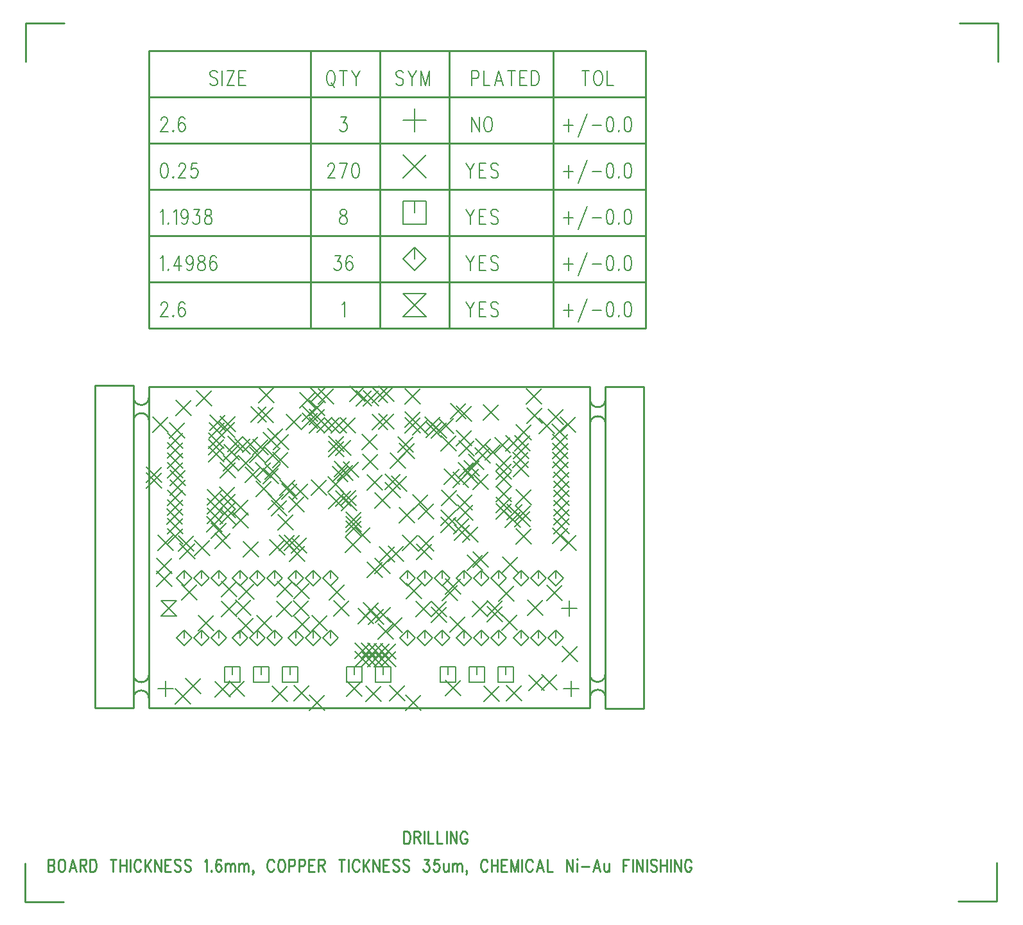
<source format=gbr>
*
*
G04 PADS Layout (Build Number 2007.21.1) generated Gerber (RS-274-X) file*
G04 PC Version=2.1*
*
%IN "2FOC-002.pcb"*%
*
%MOIN*%
*
%FSLAX35Y35*%
*
*
*
*
G04 PC Standard Apertures*
*
*
G04 Thermal Relief Aperture macro.*
%AMTER*
1,1,$1,0,0*
1,0,$1-$2,0,0*
21,0,$3,$4,0,0,45*
21,0,$3,$4,0,0,135*
%
*
*
G04 Annular Aperture macro.*
%AMANN*
1,1,$1,0,0*
1,0,$2,0,0*
%
*
*
G04 Odd Aperture macro.*
%AMODD*
1,1,$1,0,0*
1,0,$1-0.005,0,0*
%
*
*
G04 PC Custom Aperture Macros*
*
*
*
*
*
*
G04 PC Aperture Table*
*
%ADD010C,0.01*%
%ADD015C,0.008*%
%ADD070C,0.001*%
*
*
*
*
G04 PC Circuitry*
G04 Layer Name 2FOC-002.pcb - circuitry*
%LPD*%
*
*
G04 PC Custom Flashes*
G04 Layer Name 2FOC-002.pcb - flashes*
%LPD*%
*
*
G04 PC Circuitry*
G04 Layer Name 2FOC-002.pcb - circuitry*
%LPD*%
*
G54D10*
G01X1944094Y1408688D02*
Y1402126D01*
Y1408688D02*
X1945685D01*
X1946367Y1408376*
X1946822Y1407751*
X1947049Y1407126*
X1947276Y1406188*
Y1404626*
X1947049Y1403688*
X1946822Y1403063*
X1946367Y1402438*
X1945685Y1402126*
X1944094*
X1949322Y1408688D02*
Y1402126D01*
Y1408688D02*
X1951367D01*
X1952049Y1408376*
X1952276Y1408063*
X1952504Y1407438*
Y1406813*
X1952276Y1406188*
X1952049Y1405876*
X1951367Y1405563*
X1949322*
X1950913D02*
X1952504Y1402126D01*
X1954549Y1408688D02*
Y1402126D01*
X1956594Y1408688D02*
Y1402126D01*
X1959322*
X1961367Y1408688D02*
Y1402126D01*
X1964094*
X1966140Y1408688D02*
Y1402126D01*
X1968185Y1408688D02*
Y1402126D01*
Y1408688D02*
X1971367Y1402126D01*
Y1408688D02*
Y1402126D01*
X1976822Y1407126D02*
X1976594Y1407751D01*
X1976140Y1408376*
X1975685Y1408688*
X1974776*
X1974322Y1408376*
X1973867Y1407751*
X1973640Y1407126*
X1973413Y1406188*
Y1404626*
X1973640Y1403688*
X1973867Y1403063*
X1974322Y1402438*
X1974776Y1402126*
X1975685*
X1976140Y1402438*
X1976594Y1403063*
X1976822Y1403688*
Y1404626*
X1975685D02*
X1976822D01*
X1759252Y1394122D02*
Y1387559D01*
Y1394122D02*
X1761297D01*
X1761979Y1393809*
X1762207Y1393497*
X1762434Y1392872*
Y1392247*
X1762207Y1391622*
X1761979Y1391309*
X1761297Y1390997*
X1759252D02*
X1761297D01*
X1761979Y1390684*
X1762207Y1390372*
X1762434Y1389747*
Y1388809*
X1762207Y1388184*
X1761979Y1387872*
X1761297Y1387559*
X1759252*
X1765843Y1394122D02*
X1765388Y1393809D01*
X1764934Y1393184*
X1764707Y1392559*
X1764479Y1391622*
Y1390059*
X1764707Y1389122*
X1764934Y1388497*
X1765388Y1387872*
X1765843Y1387559*
X1766752*
X1767207Y1387872*
X1767661Y1388497*
X1767888Y1389122*
X1768116Y1390059*
Y1391622*
X1767888Y1392559*
X1767661Y1393184*
X1767207Y1393809*
X1766752Y1394122*
X1765843*
X1771979D02*
X1770161Y1387559D01*
X1771979Y1394122D02*
X1773797Y1387559D01*
X1770843Y1389747D02*
X1773116D01*
X1775843Y1394122D02*
Y1387559D01*
Y1394122D02*
X1777888D01*
X1778570Y1393809*
X1778797Y1393497*
X1779025Y1392872*
Y1392247*
X1778797Y1391622*
X1778570Y1391309*
X1777888Y1390997*
X1775843*
X1777434D02*
X1779025Y1387559D01*
X1781070Y1394122D02*
Y1387559D01*
Y1394122D02*
X1782661D01*
X1783343Y1393809*
X1783797Y1393184*
X1784025Y1392559*
X1784252Y1391622*
Y1390059*
X1784025Y1389122*
X1783797Y1388497*
X1783343Y1387872*
X1782661Y1387559*
X1781070*
X1793116Y1394122D02*
Y1387559D01*
X1791525Y1394122D02*
X1794707D01*
X1796752D02*
Y1387559D01*
X1799934Y1394122D02*
Y1387559D01*
X1796752Y1390997D02*
X1799934D01*
X1801979Y1394122D02*
Y1387559D01*
X1807434Y1392559D02*
X1807207Y1393184D01*
X1806752Y1393809*
X1806297Y1394122*
X1805388*
X1804934Y1393809*
X1804479Y1393184*
X1804252Y1392559*
X1804025Y1391622*
Y1390059*
X1804252Y1389122*
X1804479Y1388497*
X1804934Y1387872*
X1805388Y1387559*
X1806297*
X1806752Y1387872*
X1807207Y1388497*
X1807434Y1389122*
X1809479Y1394122D02*
Y1387559D01*
X1812661Y1394122D02*
X1809479Y1389747D01*
X1810616Y1391309D02*
X1812661Y1387559D01*
X1814707Y1394122D02*
Y1387559D01*
Y1394122D02*
X1817888Y1387559D01*
Y1394122D02*
Y1387559D01*
X1819934Y1394122D02*
Y1387559D01*
Y1394122D02*
X1822888D01*
X1819934Y1390997D02*
X1821752D01*
X1819934Y1387559D02*
X1822888D01*
X1828116Y1393184D02*
X1827661Y1393809D01*
X1826979Y1394122*
X1826070*
X1825388Y1393809*
X1824934Y1393184*
Y1392559*
X1825161Y1391934*
X1825388Y1391622*
X1825843Y1391309*
X1827207Y1390684*
X1827661Y1390372*
X1827888Y1390059*
X1828116Y1389434*
Y1388497*
X1827661Y1387872*
X1826979Y1387559*
X1826070*
X1825388Y1387872*
X1824934Y1388497*
X1833343Y1393184D02*
X1832888Y1393809D01*
X1832207Y1394122*
X1831297*
X1830616Y1393809*
X1830161Y1393184*
Y1392559*
X1830388Y1391934*
X1830616Y1391622*
X1831070Y1391309*
X1832434Y1390684*
X1832888Y1390372*
X1833116Y1390059*
X1833343Y1389434*
Y1388497*
X1832888Y1387872*
X1832207Y1387559*
X1831297*
X1830616Y1387872*
X1830161Y1388497*
X1840616Y1392872D02*
X1841070Y1393184D01*
X1841752Y1394122*
Y1387559*
X1844025Y1388184D02*
X1843797Y1387872D01*
X1844025Y1387559*
X1844252Y1387872*
X1844025Y1388184*
X1849025Y1393184D02*
X1848797Y1393809D01*
X1848116Y1394122*
X1847661*
X1846979Y1393809*
X1846525Y1392872*
X1846297Y1391309*
Y1389747*
X1846525Y1388497*
X1846979Y1387872*
X1847661Y1387559*
X1847888*
X1848570Y1387872*
X1849025Y1388497*
X1849252Y1389434*
Y1389747*
X1849025Y1390684*
X1848570Y1391309*
X1847888Y1391622*
X1847661*
X1846979Y1391309*
X1846525Y1390684*
X1846297Y1389747*
X1851297Y1391934D02*
Y1387559D01*
Y1390684D02*
X1851979Y1391622D01*
X1852434Y1391934*
X1853116*
X1853570Y1391622*
X1853797Y1390684*
Y1387559*
Y1390684D02*
X1854479Y1391622D01*
X1854934Y1391934*
X1855616*
X1856070Y1391622*
X1856297Y1390684*
Y1387559*
X1858343Y1391934D02*
Y1387559D01*
Y1390684D02*
X1859025Y1391622D01*
X1859479Y1391934*
X1860161*
X1860616Y1391622*
X1860843Y1390684*
Y1387559*
Y1390684D02*
X1861525Y1391622D01*
X1861979Y1391934*
X1862661*
X1863116Y1391622*
X1863343Y1390684*
Y1387559*
X1865843Y1387872D02*
X1865616Y1387559D01*
X1865388Y1387872*
X1865616Y1388184*
X1865843Y1387872*
Y1387247*
X1865616Y1386622*
X1865388Y1386309*
X1876525Y1392559D02*
X1876297Y1393184D01*
X1875843Y1393809*
X1875388Y1394122*
X1874479*
X1874025Y1393809*
X1873570Y1393184*
X1873343Y1392559*
X1873116Y1391622*
Y1390059*
X1873343Y1389122*
X1873570Y1388497*
X1874025Y1387872*
X1874479Y1387559*
X1875388*
X1875843Y1387872*
X1876297Y1388497*
X1876525Y1389122*
X1879934Y1394122D02*
X1879479Y1393809D01*
X1879025Y1393184*
X1878797Y1392559*
X1878570Y1391622*
Y1390059*
X1878797Y1389122*
X1879025Y1388497*
X1879479Y1387872*
X1879934Y1387559*
X1880843*
X1881297Y1387872*
X1881752Y1388497*
X1881979Y1389122*
X1882207Y1390059*
Y1391622*
X1881979Y1392559*
X1881752Y1393184*
X1881297Y1393809*
X1880843Y1394122*
X1879934*
X1884252D02*
Y1387559D01*
Y1394122D02*
X1886297D01*
X1886979Y1393809*
X1887207Y1393497*
X1887434Y1392872*
Y1391934*
X1887207Y1391309*
X1886979Y1390997*
X1886297Y1390684*
X1884252*
X1889479Y1394122D02*
Y1387559D01*
Y1394122D02*
X1891525D01*
X1892207Y1393809*
X1892434Y1393497*
X1892661Y1392872*
Y1391934*
X1892434Y1391309*
X1892207Y1390997*
X1891525Y1390684*
X1889479*
X1894707Y1394122D02*
Y1387559D01*
Y1394122D02*
X1897661D01*
X1894707Y1390997D02*
X1896525D01*
X1894707Y1387559D02*
X1897661D01*
X1899707Y1394122D02*
Y1387559D01*
Y1394122D02*
X1901752D01*
X1902434Y1393809*
X1902661Y1393497*
X1902888Y1392872*
Y1392247*
X1902661Y1391622*
X1902434Y1391309*
X1901752Y1390997*
X1899707*
X1901297D02*
X1902888Y1387559D01*
X1911752Y1394122D02*
Y1387559D01*
X1910161Y1394122D02*
X1913343D01*
X1915388D02*
Y1387559D01*
X1920843Y1392559D02*
X1920616Y1393184D01*
X1920161Y1393809*
X1919707Y1394122*
X1918797*
X1918343Y1393809*
X1917888Y1393184*
X1917661Y1392559*
X1917434Y1391622*
Y1390059*
X1917661Y1389122*
X1917888Y1388497*
X1918343Y1387872*
X1918797Y1387559*
X1919707*
X1920161Y1387872*
X1920616Y1388497*
X1920843Y1389122*
X1922888Y1394122D02*
Y1387559D01*
X1926070Y1394122D02*
X1922888Y1389747D01*
X1924025Y1391309D02*
X1926070Y1387559D01*
X1928116Y1394122D02*
Y1387559D01*
Y1394122D02*
X1931297Y1387559D01*
Y1394122D02*
Y1387559D01*
X1933343Y1394122D02*
Y1387559D01*
Y1394122D02*
X1936297D01*
X1933343Y1390997D02*
X1935161D01*
X1933343Y1387559D02*
X1936297D01*
X1941525Y1393184D02*
X1941070Y1393809D01*
X1940388Y1394122*
X1939479*
X1938797Y1393809*
X1938343Y1393184*
Y1392559*
X1938570Y1391934*
X1938797Y1391622*
X1939252Y1391309*
X1940616Y1390684*
X1941070Y1390372*
X1941297Y1390059*
X1941525Y1389434*
Y1388497*
X1941070Y1387872*
X1940388Y1387559*
X1939479*
X1938797Y1387872*
X1938343Y1388497*
X1946752Y1393184D02*
X1946297Y1393809D01*
X1945616Y1394122*
X1944707*
X1944025Y1393809*
X1943570Y1393184*
Y1392559*
X1943797Y1391934*
X1944025Y1391622*
X1944479Y1391309*
X1945843Y1390684*
X1946297Y1390372*
X1946525Y1390059*
X1946752Y1389434*
Y1388497*
X1946297Y1387872*
X1945616Y1387559*
X1944707*
X1944025Y1387872*
X1943570Y1388497*
X1954479Y1394122D02*
X1956979D01*
X1955616Y1391622*
X1956297*
X1956752Y1391309*
X1956979Y1390997*
X1957207Y1390059*
Y1389434*
X1956979Y1388497*
X1956525Y1387872*
X1955843Y1387559*
X1955161*
X1954479Y1387872*
X1954252Y1388184*
X1954025Y1388809*
X1962207Y1394122D02*
X1959934D01*
X1959707Y1391309*
X1959934Y1391622*
X1960616Y1391934*
X1961297*
X1961979Y1391622*
X1962434Y1390997*
X1962661Y1390059*
X1962434Y1389434*
X1962207Y1388497*
X1961752Y1387872*
X1961070Y1387559*
X1960388*
X1959707Y1387872*
X1959479Y1388184*
X1959252Y1388809*
X1964707Y1391934D02*
Y1388809D01*
X1964934Y1387872*
X1965388Y1387559*
X1966070*
X1966525Y1387872*
X1967207Y1388809*
Y1391934D02*
Y1387559D01*
X1969252Y1391934D02*
Y1387559D01*
Y1390684D02*
X1969934Y1391622D01*
X1970388Y1391934*
X1971070*
X1971525Y1391622*
X1971752Y1390684*
Y1387559*
Y1390684D02*
X1972434Y1391622D01*
X1972888Y1391934*
X1973570*
X1974025Y1391622*
X1974252Y1390684*
Y1387559*
X1976752Y1387872D02*
X1976525Y1387559D01*
X1976297Y1387872*
X1976525Y1388184*
X1976752Y1387872*
Y1387247*
X1976525Y1386622*
X1976297Y1386309*
X1987434Y1392559D02*
X1987207Y1393184D01*
X1986752Y1393809*
X1986297Y1394122*
X1985388*
X1984934Y1393809*
X1984479Y1393184*
X1984252Y1392559*
X1984025Y1391622*
Y1390059*
X1984252Y1389122*
X1984479Y1388497*
X1984934Y1387872*
X1985388Y1387559*
X1986297*
X1986752Y1387872*
X1987207Y1388497*
X1987434Y1389122*
X1989479Y1394122D02*
Y1387559D01*
X1992661Y1394122D02*
Y1387559D01*
X1989479Y1390997D02*
X1992661D01*
X1994707Y1394122D02*
Y1387559D01*
Y1394122D02*
X1997661D01*
X1994707Y1390997D02*
X1996525D01*
X1994707Y1387559D02*
X1997661D01*
X1999707Y1394122D02*
Y1387559D01*
Y1394122D02*
X2001525Y1387559D01*
X2003343Y1394122D02*
X2001525Y1387559D01*
X2003343Y1394122D02*
Y1387559D01*
X2005388Y1394122D02*
Y1387559D01*
X2010843Y1392559D02*
X2010616Y1393184D01*
X2010161Y1393809*
X2009707Y1394122*
X2008797*
X2008343Y1393809*
X2007888Y1393184*
X2007661Y1392559*
X2007434Y1391622*
Y1390059*
X2007661Y1389122*
X2007888Y1388497*
X2008343Y1387872*
X2008797Y1387559*
X2009707*
X2010161Y1387872*
X2010616Y1388497*
X2010843Y1389122*
X2014707Y1394122D02*
X2012888Y1387559D01*
X2014707Y1394122D02*
X2016525Y1387559D01*
X2013570Y1389747D02*
X2015843D01*
X2018570Y1394122D02*
Y1387559D01*
X2021297*
X2028570Y1394122D02*
Y1387559D01*
Y1394122D02*
X2031752Y1387559D01*
Y1394122D02*
Y1387559D01*
X2033797Y1394122D02*
X2034025Y1393809D01*
X2034252Y1394122*
X2034025Y1394434*
X2033797Y1394122*
X2034025Y1391934D02*
Y1387559D01*
X2036297Y1390372D02*
X2040388D01*
X2044252Y1394122D02*
X2042434Y1387559D01*
X2044252Y1394122D02*
X2046070Y1387559D01*
X2043116Y1389747D02*
X2045388D01*
X2048116Y1391934D02*
Y1388809D01*
X2048343Y1387872*
X2048797Y1387559*
X2049479*
X2049934Y1387872*
X2050616Y1388809*
Y1391934D02*
Y1387559D01*
X2057888Y1394122D02*
Y1387559D01*
Y1394122D02*
X2060843D01*
X2057888Y1390997D02*
X2059707D01*
X2062888Y1394122D02*
Y1387559D01*
X2064934Y1394122D02*
Y1387559D01*
Y1394122D02*
X2068116Y1387559D01*
Y1394122D02*
Y1387559D01*
X2070161Y1394122D02*
Y1387559D01*
X2075388Y1393184D02*
X2074934Y1393809D01*
X2074252Y1394122*
X2073343*
X2072661Y1393809*
X2072207Y1393184*
Y1392559*
X2072434Y1391934*
X2072661Y1391622*
X2073116Y1391309*
X2074479Y1390684*
X2074934Y1390372*
X2075161Y1390059*
X2075388Y1389434*
Y1388497*
X2074934Y1387872*
X2074252Y1387559*
X2073343*
X2072661Y1387872*
X2072207Y1388497*
X2077434Y1394122D02*
Y1387559D01*
X2080616Y1394122D02*
Y1387559D01*
X2077434Y1390997D02*
X2080616D01*
X2082661Y1394122D02*
Y1387559D01*
X2084707Y1394122D02*
Y1387559D01*
Y1394122D02*
X2087888Y1387559D01*
Y1394122D02*
Y1387559D01*
X2093343Y1392559D02*
X2093116Y1393184D01*
X2092661Y1393809*
X2092207Y1394122*
X2091297*
X2090843Y1393809*
X2090388Y1393184*
X2090161Y1392559*
X2089934Y1391622*
Y1390059*
X2090161Y1389122*
X2090388Y1388497*
X2090843Y1387872*
X2091297Y1387559*
X2092207*
X2092661Y1387872*
X2093116Y1388497*
X2093343Y1389122*
Y1390059*
X2092207D02*
X2093343D01*
X1811638Y1472618D02*
X2040748D01*
Y1639331*
X1811638*
Y1472618*
X1767520Y1828110D02*
X1747520D01*
Y1808110*
X1747441Y1391890D02*
Y1371890D01*
X1767441*
X2232087Y1372205D02*
X2252087D01*
Y1392205*
X2252559Y1808031D02*
Y1828031D01*
X2232559*
X1803543Y1640118D02*
Y1472598D01*
X1783465*
Y1639921*
X1803346*
X2040757Y1632696D02*
G75*
G03X2048757I4000J0D01*
G01X2048791Y1619988D02*
G03X2040791I-4000J-0D01*
G01X1803664Y1633822D02*
G03X1811664I4000J0D01*
G01X1811677Y1621551D02*
G03X1803677I-4000J0D01*
G01X1803664Y1489924D02*
G03X1811664I4000J0D01*
G01X1811612Y1477656D02*
G03X1803612I-4000J-0D01*
G01X2040672Y1490121D02*
G03X2048672I4000J0D01*
G01X2068504Y1472205D02*
X2048728D01*
Y1639331*
X2068504*
Y1472205*
X2048805Y1478060D02*
G03X2040805I-4000J-0D01*
G01X1811638Y1813469D02*
X2069638D01*
X1811638Y1789469D02*
X2069638D01*
X1811638Y1765469D02*
X2069638D01*
X1811638Y1741469D02*
X2069638D01*
X1811638Y1717469D02*
X2069638D01*
X1811638Y1693469D02*
X2069638D01*
X1811638Y1669469D02*
X2069638D01*
X1811638Y1813469D02*
Y1669469D01*
X1895638Y1813469D02*
Y1669469D01*
X1931638Y1813469D02*
Y1669469D01*
X1967638Y1813469D02*
Y1669469D01*
X2021638Y1813469D02*
Y1669469D01*
X2069638Y1813469D02*
Y1669469D01*
G54D15*
X1829811Y1504795D02*
X1833811Y1508795D01*
X1829811Y1512795*
X1825811Y1508795*
X1829811Y1504795*
Y1508795D02*
Y1512795D01*
X1838811Y1504795D02*
X1842811Y1508795D01*
X1838811Y1512795*
X1834811Y1508795*
X1838811Y1504795*
Y1508795D02*
Y1512795D01*
X1847811Y1504795D02*
X1851811Y1508795D01*
X1847811Y1512795*
X1843811Y1508795*
X1847811Y1504795*
Y1508795D02*
Y1512795D01*
X1858811Y1504795D02*
X1862811Y1508795D01*
X1858811Y1512795*
X1854811Y1508795*
X1858811Y1504795*
Y1508795D02*
Y1512795D01*
X1867811Y1504795D02*
X1871811Y1508795D01*
X1867811Y1512795*
X1863811Y1508795*
X1867811Y1504795*
Y1508795D02*
Y1512795D01*
X1876811Y1504795D02*
X1880811Y1508795D01*
X1876811Y1512795*
X1872811Y1508795*
X1876811Y1504795*
Y1508795D02*
Y1512795D01*
X1887811Y1504795D02*
X1891811Y1508795D01*
X1887811Y1512795*
X1883811Y1508795*
X1887811Y1504795*
Y1508795D02*
Y1512795D01*
X1896811Y1504795D02*
X1900811Y1508795D01*
X1896811Y1512795*
X1892811Y1508795*
X1896811Y1504795*
Y1508795D02*
Y1512795D01*
X1905811Y1504795D02*
X1909811Y1508795D01*
X1905811Y1512795*
X1901811Y1508795*
X1905811Y1504795*
Y1508795D02*
Y1512795D01*
X1847811Y1535795D02*
X1851811Y1539795D01*
X1847811Y1543795*
X1843811Y1539795*
X1847811Y1535795*
Y1539795D02*
Y1543795D01*
X1838811Y1535795D02*
X1842811Y1539795D01*
X1838811Y1543795*
X1834811Y1539795*
X1838811Y1535795*
Y1539795D02*
Y1543795D01*
X1829811Y1535795D02*
X1833811Y1539795D01*
X1829811Y1543795*
X1825811Y1539795*
X1829811Y1535795*
Y1539795D02*
Y1543795D01*
X1876811Y1535795D02*
X1880811Y1539795D01*
X1876811Y1543795*
X1872811Y1539795*
X1876811Y1535795*
Y1539795D02*
Y1543795D01*
X1867811Y1535795D02*
X1871811Y1539795D01*
X1867811Y1543795*
X1863811Y1539795*
X1867811Y1535795*
Y1539795D02*
Y1543795D01*
X1858811Y1535795D02*
X1862811Y1539795D01*
X1858811Y1543795*
X1854811Y1539795*
X1858811Y1535795*
Y1539795D02*
Y1543795D01*
X1905811Y1535795D02*
X1909811Y1539795D01*
X1905811Y1543795*
X1901811Y1539795*
X1905811Y1535795*
Y1539795D02*
Y1543795D01*
X1896811Y1535795D02*
X1900811Y1539795D01*
X1896811Y1543795*
X1892811Y1539795*
X1896811Y1535795*
Y1539795D02*
Y1543795D01*
X1887811Y1535795D02*
X1891811Y1539795D01*
X1887811Y1543795*
X1883811Y1539795*
X1887811Y1535795*
Y1539795D02*
Y1543795D01*
X1945811Y1504795D02*
X1949811Y1508795D01*
X1945811Y1512795*
X1941811Y1508795*
X1945811Y1504795*
Y1508795D02*
Y1512795D01*
X1954811Y1504795D02*
X1958811Y1508795D01*
X1954811Y1512795*
X1950811Y1508795*
X1954811Y1504795*
Y1508795D02*
Y1512795D01*
X1963811Y1504795D02*
X1967811Y1508795D01*
X1963811Y1512795*
X1959811Y1508795*
X1963811Y1504795*
Y1508795D02*
Y1512795D01*
X1975311Y1504795D02*
X1979311Y1508795D01*
X1975311Y1512795*
X1971311Y1508795*
X1975311Y1504795*
Y1508795D02*
Y1512795D01*
X1984311Y1504795D02*
X1988311Y1508795D01*
X1984311Y1512795*
X1980311Y1508795*
X1984311Y1504795*
Y1508795D02*
Y1512795D01*
X1993311Y1504795D02*
X1997311Y1508795D01*
X1993311Y1512795*
X1989311Y1508795*
X1993311Y1504795*
Y1508795D02*
Y1512795D01*
X2004811Y1504795D02*
X2008811Y1508795D01*
X2004811Y1512795*
X2000811Y1508795*
X2004811Y1504795*
Y1508795D02*
Y1512795D01*
X2013811Y1504795D02*
X2017811Y1508795D01*
X2013811Y1512795*
X2009811Y1508795*
X2013811Y1504795*
Y1508795D02*
Y1512795D01*
X2022811Y1504795D02*
X2026811Y1508795D01*
X2022811Y1512795*
X2018811Y1508795*
X2022811Y1504795*
Y1508795D02*
Y1512795D01*
X1963811Y1535795D02*
X1967811Y1539795D01*
X1963811Y1543795*
X1959811Y1539795*
X1963811Y1535795*
Y1539795D02*
Y1543795D01*
X1954811Y1535795D02*
X1958811Y1539795D01*
X1954811Y1543795*
X1950811Y1539795*
X1954811Y1535795*
Y1539795D02*
Y1543795D01*
X1945811Y1535795D02*
X1949811Y1539795D01*
X1945811Y1543795*
X1941811Y1539795*
X1945811Y1535795*
Y1539795D02*
Y1543795D01*
X1993311Y1535795D02*
X1997311Y1539795D01*
X1993311Y1543795*
X1989311Y1539795*
X1993311Y1535795*
Y1539795D02*
Y1543795D01*
X1984311Y1535795D02*
X1988311Y1539795D01*
X1984311Y1543795*
X1980311Y1539795*
X1984311Y1535795*
Y1539795D02*
Y1543795D01*
X1975311Y1535795D02*
X1979311Y1539795D01*
X1975311Y1543795*
X1971311Y1539795*
X1975311Y1535795*
Y1539795D02*
Y1543795D01*
X2022811Y1535795D02*
X2026811Y1539795D01*
X2022811Y1543795*
X2018811Y1539795*
X2022811Y1535795*
Y1539795D02*
Y1543795D01*
X2013811Y1535795D02*
X2017811Y1539795D01*
X2013811Y1543795*
X2009811Y1539795*
X2013811Y1535795*
Y1539795D02*
Y1543795D01*
X2004811Y1535795D02*
X2008811Y1539795D01*
X2004811Y1543795*
X2000811Y1539795*
X2004811Y1535795*
Y1539795D02*
Y1543795D01*
X1914311Y1485795D02*
X1922311D01*
Y1493795*
X1914311*
Y1485795*
X1918311Y1489795D02*
Y1493795D01*
X1929311Y1485795D02*
X1937311D01*
Y1493795*
X1929311*
Y1485795*
X1933311Y1489795D02*
Y1493795D01*
X1850811Y1485795D02*
X1858811D01*
Y1493795*
X1850811*
Y1485795*
X1854811Y1489795D02*
Y1493795D01*
X1865811Y1485795D02*
X1873811D01*
Y1493795*
X1865811*
Y1485795*
X1869811Y1489795D02*
Y1493795D01*
X1880811Y1485795D02*
X1888811D01*
Y1493795*
X1880811*
Y1485795*
X1884811Y1489795D02*
Y1493795D01*
X1962811Y1485795D02*
X1970811D01*
Y1493795*
X1962811*
Y1485795*
X1966811Y1489795D02*
Y1493795D01*
X1977811Y1485795D02*
X1985811D01*
Y1493795*
X1977811*
Y1485795*
X1981811Y1489795D02*
Y1493795D01*
X1992811Y1485795D02*
X2000811D01*
Y1493795*
X1992811*
Y1485795*
X1996811Y1489795D02*
Y1493795D01*
X1816299Y1482461D02*
X1824299D01*
X1820299Y1478461D02*
Y1486461D01*
X2026929Y1482461D02*
X2034929D01*
X2030929Y1478461D02*
Y1486461D01*
X1817811Y1520295D02*
X1825811D01*
X1817811Y1528295*
X1825811*
X1817811Y1520295*
X2025811Y1524295D02*
X2033811D01*
X2029811Y1520295D02*
Y1528295D01*
X1825134Y1474504D02*
X1833134Y1482504D01*
X1825134D02*
X1833134Y1474504D01*
X1830646Y1479819D02*
X1838646Y1487819D01*
X1830646D02*
X1838646Y1479819D01*
X1846000Y1478441D02*
X1854000Y1486441D01*
X1846000D02*
X1854000Y1478441D01*
X1853283Y1478638D02*
X1861283Y1486638D01*
X1853283D02*
X1861283Y1478638D01*
X1886945Y1476276D02*
X1894945Y1484276D01*
X1886945D02*
X1894945Y1476276D01*
X1875528Y1476079D02*
X1883528Y1484079D01*
X1875528D02*
X1883528Y1476079D01*
X1895016Y1471157D02*
X1903016Y1479157D01*
X1895016D02*
X1903016Y1471157D01*
X1914307Y1478638D02*
X1922307Y1486638D01*
X1914307D02*
X1922307Y1478638D01*
X1924346Y1475882D02*
X1932346Y1483882D01*
X1924346D02*
X1932346Y1475882D01*
X1936748Y1476276D02*
X1944748Y1484276D01*
X1936748D02*
X1944748Y1476276D01*
X1945016Y1471354D02*
X1953016Y1479354D01*
X1945016D02*
X1953016Y1471354D01*
X1965488Y1478835D02*
X1973488Y1486835D01*
X1965488D02*
X1973488Y1478835D01*
X1985567Y1476079D02*
X1993567Y1484079D01*
X1985567D02*
X1993567Y1476079D01*
X1997378Y1476276D02*
X2005378Y1484276D01*
X1997378D02*
X2005378Y1476276D01*
X2008795Y1481591D02*
X2016795Y1489591D01*
X2008795D02*
X2016795Y1481591D01*
X2015685Y1481984D02*
X2023685Y1489984D01*
X2015685D02*
X2023685Y1481984D01*
X1928677Y1497929D02*
X1936677Y1505929D01*
X1928677D02*
X1936677Y1497929D01*
X1925134Y1498126D02*
X1933134Y1506126D01*
X1925134D02*
X1933134Y1498126D01*
X1921787D02*
X1929787Y1506126D01*
X1921787D02*
X1929787Y1498126D01*
X1918638D02*
X1926638Y1506126D01*
X1918638D02*
X1926638Y1498126D01*
X1918638Y1493795D02*
X1926638Y1501795D01*
X1918638D02*
X1926638Y1493795D01*
X1921787D02*
X1929787Y1501795D01*
X1921787D02*
X1929787Y1493795D01*
X1925134D02*
X1933134Y1501795D01*
X1925134D02*
X1933134Y1493795D01*
X1928677D02*
X1936677Y1501795D01*
X1928677D02*
X1936677Y1493795D01*
X1930646Y1508362D02*
X1938646Y1516362D01*
X1930646D02*
X1938646Y1508362D01*
X1932024Y1497929D02*
X1940024Y1505929D01*
X1932024D02*
X1940024Y1497929D01*
X1932024Y1493795D02*
X1940024Y1501795D01*
X1932024D02*
X1940024Y1493795D01*
X2026315Y1496551D02*
X2034315Y1504551D01*
X2026315D02*
X2034315Y1496551D01*
X1828480Y1528638D02*
X1836480Y1536638D01*
X1828480D02*
X1836480Y1528638D01*
X1837339Y1512496D02*
X1845339Y1520496D01*
X1837339D02*
X1845339Y1512496D01*
X1849150Y1519976D02*
X1857150Y1527976D01*
X1849150D02*
X1857150Y1519976D01*
X1858008Y1511315D02*
X1866008Y1519315D01*
X1858008D02*
X1866008Y1511315D01*
X1856630Y1520764D02*
X1864630Y1528764D01*
X1856630D02*
X1864630Y1520764D01*
X1867457Y1512496D02*
X1875457Y1520496D01*
X1867457D02*
X1875457Y1512496D01*
X1858205Y1528835D02*
X1866205Y1536835D01*
X1858205D02*
X1866205Y1528835D01*
X1887142Y1511906D02*
X1895142Y1519906D01*
X1887142D02*
X1895142Y1511906D01*
X1886551Y1520173D02*
X1894551Y1528173D01*
X1886551D02*
X1894551Y1520173D01*
X1886945Y1529228D02*
X1894945Y1537228D01*
X1886945D02*
X1894945Y1529228D01*
X1878087Y1519976D02*
X1886087Y1527976D01*
X1878087D02*
X1886087Y1519976D01*
X1896394Y1512496D02*
X1904394Y1520496D01*
X1896394D02*
X1904394Y1512496D01*
X1907614Y1520173D02*
X1915614Y1528173D01*
X1907614D02*
X1915614Y1520173D01*
X1905252Y1528638D02*
X1913252Y1536638D01*
X1905252D02*
X1913252Y1528638D01*
X1920213Y1516236D02*
X1928213Y1524236D01*
X1920213D02*
X1928213Y1516236D01*
X1925528Y1516039D02*
X1933528Y1524039D01*
X1925528D02*
X1933528Y1516039D01*
X1922969Y1519386D02*
X1930969Y1527386D01*
X1922969D02*
X1930969Y1519386D01*
X1929268Y1517024D02*
X1937268Y1525024D01*
X1929268D02*
X1937268Y1517024D01*
X1935370Y1511512D02*
X1943370Y1519512D01*
X1935370D02*
X1943370Y1511512D01*
X1945213Y1529228D02*
X1953213Y1537228D01*
X1945213D02*
X1953213Y1529228D01*
X1968047Y1511906D02*
X1976047Y1519906D01*
X1968047D02*
X1976047Y1511906D01*
X1958402Y1519976D02*
X1966402Y1527976D01*
X1958402D02*
X1966402Y1519976D01*
X1958402Y1516827D02*
X1966402Y1524827D01*
X1958402D02*
X1966402Y1516827D01*
X1950331Y1519976D02*
X1958331Y1527976D01*
X1950331D02*
X1958331Y1519976D01*
X1964110Y1528441D02*
X1972110Y1536441D01*
X1964110D02*
X1972110Y1528441D01*
X1979465Y1519976D02*
X1987465Y1527976D01*
X1979465D02*
X1987465Y1519976D01*
X1987339Y1517220D02*
X1995339Y1525220D01*
X1987339D02*
X1995339Y1517220D01*
X1987339Y1520370D02*
X1995339Y1528370D01*
X1987339D02*
X1995339Y1520370D01*
X1994819Y1512890D02*
X2002819Y1520890D01*
X1994819D02*
X2002819Y1512890D01*
X1993244Y1528047D02*
X2001244Y1536047D01*
X1993244D02*
X2001244Y1528047D01*
X2008402Y1520567D02*
X2016402Y1528567D01*
X2008402D02*
X2016402Y1520567D01*
X2018244Y1528441D02*
X2026244Y1536441D01*
X2018244D02*
X2026244Y1528441D01*
X1815488Y1535724D02*
X1823488Y1543724D01*
X1815488D02*
X1823488Y1535724D01*
X1815488Y1542220D02*
X1823488Y1550220D01*
X1815488D02*
X1823488Y1542220D01*
X1849346Y1530409D02*
X1857346Y1538409D01*
X1849346D02*
X1857346Y1530409D01*
X1884583Y1548520D02*
X1892583Y1556520D01*
X1884583D02*
X1892583Y1548520D01*
X1878283Y1530213D02*
X1886283Y1538213D01*
X1878283D02*
X1886283Y1530213D01*
X1924937Y1540252D02*
X1932937Y1548252D01*
X1924937D02*
X1932937Y1540252D01*
X1929071Y1542220D02*
X1937071Y1550220D01*
X1929071D02*
X1937071Y1542220D01*
X1931236Y1548323D02*
X1939236Y1556323D01*
X1931236D02*
X1939236Y1548323D01*
X1935961Y1548520D02*
X1943961Y1556520D01*
X1935961D02*
X1943961Y1548520D01*
X1950528Y1549504D02*
X1958528Y1557504D01*
X1950528D02*
X1958528Y1549504D01*
X1965685Y1531591D02*
X1973685Y1539591D01*
X1965685D02*
X1973685Y1531591D01*
X1977102Y1543795D02*
X1985102Y1551795D01*
X1977102D02*
X1985102Y1543795D01*
X1980055Y1545764D02*
X1988055Y1553764D01*
X1980055D02*
X1988055Y1545764D01*
X1995409Y1542811D02*
X2003409Y1550811D01*
X1995409D02*
X2003409Y1542811D01*
X1826906Y1554031D02*
X1834906Y1562031D01*
X1826906D02*
X1834906Y1554031D01*
X1827693Y1549898D02*
X1835693Y1557898D01*
X1827693D02*
X1835693Y1549898D01*
X1821197Y1562890D02*
X1829197Y1570890D01*
X1821197D02*
X1829197Y1562890D01*
X1816276Y1554425D02*
X1824276Y1562425D01*
X1816276D02*
X1824276Y1554425D01*
X1821000Y1568008D02*
X1829000Y1576008D01*
X1821000D02*
X1829000Y1568008D01*
X1821197Y1557772D02*
X1829197Y1565772D01*
X1821197D02*
X1829197Y1557772D01*
X1835370Y1551669D02*
X1843370Y1559669D01*
X1835370D02*
X1843370Y1551669D01*
X1841669Y1563874D02*
X1849669Y1571874D01*
X1841669D02*
X1849669Y1563874D01*
X1841866Y1568205D02*
X1849866Y1576205D01*
X1841866D02*
X1849866Y1568205D01*
X1843835Y1560724D02*
X1851835Y1568724D01*
X1843835D02*
X1851835Y1560724D01*
X1846000Y1555409D02*
X1854000Y1563409D01*
X1846000D02*
X1854000Y1555409D01*
X1848756Y1568008D02*
X1856756Y1576008D01*
X1848756D02*
X1856756Y1568008D01*
X1855449Y1566039D02*
X1863449Y1574039D01*
X1855449D02*
X1863449Y1566039D01*
X1860567Y1550882D02*
X1868567Y1558882D01*
X1860567D02*
X1868567Y1550882D01*
X1874150Y1552063D02*
X1882150Y1560063D01*
X1874150D02*
X1882150Y1552063D01*
X1885567Y1553047D02*
X1893567Y1561047D01*
X1885567D02*
X1893567Y1553047D01*
X1881827Y1554228D02*
X1889827Y1562228D01*
X1881827D02*
X1889827Y1554228D01*
X1878677Y1564858D02*
X1886677Y1572858D01*
X1878677D02*
X1886677Y1564858D01*
X1879268Y1554425D02*
X1887268Y1562425D01*
X1879268D02*
X1887268Y1554425D01*
X1918638Y1558165D02*
X1926638Y1566165D01*
X1918638D02*
X1926638Y1558165D01*
X1913913Y1566236D02*
X1921913Y1574236D01*
X1913913D02*
X1921913Y1566236D01*
X1913520Y1553244D02*
X1921520Y1561244D01*
X1913520D02*
X1921520Y1553244D01*
X1913913Y1563874D02*
X1921913Y1571874D01*
X1913913D02*
X1921913Y1563874D01*
X1913913Y1561512D02*
X1921913Y1569512D01*
X1913913D02*
X1921913Y1561512D01*
X1941472Y1568598D02*
X1949472Y1576598D01*
X1941472D02*
X1949472Y1568598D01*
X1943244Y1554425D02*
X1951244Y1562425D01*
X1943244D02*
X1951244Y1554425D01*
X1951512Y1553835D02*
X1959512Y1561835D01*
X1951512D02*
X1959512Y1553835D01*
X1963323Y1563677D02*
X1971323Y1571677D01*
X1963323D02*
X1971323Y1563677D01*
X1970016Y1563087D02*
X1978016Y1571087D01*
X1970016D02*
X1978016Y1563087D01*
X1963323Y1567220D02*
X1971323Y1575220D01*
X1963323D02*
X1971323Y1567220D01*
X1970213Y1559543D02*
X1978213Y1567543D01*
X1970213D02*
X1978213Y1559543D01*
X1974543Y1558756D02*
X1982543Y1566756D01*
X1974543D02*
X1982543Y1558756D01*
X2002102Y1569780D02*
X2010102Y1577780D01*
X2002102D02*
X2010102Y1569780D01*
X2001709Y1566630D02*
X2009709Y1574630D01*
X2001709D02*
X2009709Y1566630D01*
X1996591Y1566236D02*
X2004591Y1574236D01*
X1996591D02*
X2004591Y1566236D01*
X2002299Y1557772D02*
X2010299Y1565772D01*
X2002299D02*
X2010299Y1557772D01*
X2021787Y1567614D02*
X2029787Y1575614D01*
X2021787D02*
X2029787Y1567614D01*
X2021787Y1562890D02*
X2029787Y1570890D01*
X2021787D02*
X2029787Y1562890D01*
X2025528Y1554425D02*
X2033528Y1562425D01*
X2025528D02*
X2033528Y1554425D01*
X2021197Y1557969D02*
X2029197Y1565969D01*
X2021197D02*
X2029197Y1557969D01*
X1810197Y1589681D02*
X1818197Y1597681D01*
X1810197D02*
X1818197Y1589681D01*
X1810197Y1586728D02*
X1818197Y1594728D01*
X1810197D02*
X1818197Y1586728D01*
X1821197Y1577654D02*
X1829197Y1585654D01*
X1821197D02*
X1829197Y1577654D01*
X1821197Y1572732D02*
X1829197Y1580732D01*
X1821197D02*
X1829197Y1572732D01*
X1822575Y1587890D02*
X1830575Y1595890D01*
X1822575D02*
X1830575Y1587890D01*
X1822575Y1582969D02*
X1830575Y1590969D01*
X1822575D02*
X1830575Y1582969D01*
X1841866Y1578047D02*
X1849866Y1586047D01*
X1841866D02*
X1849866Y1578047D01*
X1841866Y1573323D02*
X1849866Y1581323D01*
X1841866D02*
X1849866Y1573323D01*
X1848559Y1575685D02*
X1856559Y1583685D01*
X1848559D02*
X1856559Y1575685D01*
X1848362Y1579228D02*
X1856362Y1587228D01*
X1848362D02*
X1856362Y1579228D01*
X1848559Y1571354D02*
X1856559Y1579354D01*
X1848559D02*
X1856559Y1571354D01*
X1867260Y1582378D02*
X1875260Y1590378D01*
X1867260D02*
X1875260Y1582378D01*
X1855449Y1572535D02*
X1863449Y1580535D01*
X1855449D02*
X1863449Y1572535D01*
X1861748Y1589661D02*
X1869748Y1597661D01*
X1861748D02*
X1869748Y1589661D01*
X1884189Y1574307D02*
X1892189Y1582307D01*
X1884189D02*
X1892189Y1574307D01*
X1875331Y1572142D02*
X1883331Y1580142D01*
X1875331D02*
X1883331Y1572142D01*
X1873756Y1575685D02*
X1881756Y1583685D01*
X1873756D02*
X1881756Y1575685D01*
X1886354Y1581000D02*
X1894354Y1589000D01*
X1886354D02*
X1894354Y1581000D01*
X1880646Y1580803D02*
X1888646Y1588803D01*
X1880646D02*
X1888646Y1580803D01*
X1879661Y1582969D02*
X1887661Y1590969D01*
X1879661D02*
X1887661Y1582969D01*
X1871000Y1588874D02*
X1879000Y1596874D01*
X1871000D02*
X1879000Y1588874D01*
X1904465Y1584740D02*
X1912465Y1592740D01*
X1904465D02*
X1912465Y1584740D01*
X1908598Y1577260D02*
X1916598Y1585260D01*
X1908598D02*
X1916598Y1577260D01*
X1905055Y1576079D02*
X1913055Y1584079D01*
X1905055D02*
X1913055Y1576079D01*
X1895803Y1582969D02*
X1903803Y1590969D01*
X1895803D02*
X1903803Y1582969D01*
X1911157Y1577457D02*
X1919157Y1585457D01*
X1911157D02*
X1919157Y1577457D01*
X1924937Y1585724D02*
X1932937Y1593724D01*
X1924937D02*
X1932937Y1585724D01*
X1928874Y1576276D02*
X1936874Y1584276D01*
X1928874D02*
X1936874Y1576276D01*
X1911748Y1574898D02*
X1919748Y1582898D01*
X1911748D02*
X1919748Y1574898D01*
X1934386Y1585921D02*
X1942386Y1593921D01*
X1934386D02*
X1942386Y1585921D01*
X1934386Y1581787D02*
X1942386Y1589787D01*
X1934386D02*
X1942386Y1581787D01*
X1937535Y1584937D02*
X1945535Y1592937D01*
X1937535D02*
X1945535Y1584937D01*
X1948559Y1575291D02*
X1956559Y1583291D01*
X1948559D02*
X1956559Y1575291D01*
X1964898Y1588677D02*
X1972898Y1596677D01*
X1964898D02*
X1972898Y1588677D01*
X1963520Y1577457D02*
X1971520Y1585457D01*
X1963520D02*
X1971520Y1577457D01*
X1951512Y1570567D02*
X1959512Y1578567D01*
X1951512D02*
X1959512Y1570567D01*
X1969622Y1586906D02*
X1977622Y1594906D01*
X1969622D02*
X1977622Y1586906D01*
X1979858Y1585921D02*
X1987858Y1593921D01*
X1979858D02*
X1987858Y1585921D01*
X1971591Y1575291D02*
X1979591Y1583291D01*
X1971591D02*
X1979591Y1575291D01*
X1971787Y1569976D02*
X1979787Y1577976D01*
X1971787D02*
X1979787Y1569976D01*
X1974937Y1588677D02*
X1982937Y1596677D01*
X1974937D02*
X1982937Y1588677D01*
X2002299Y1578047D02*
X2010299Y1586047D01*
X2002299D02*
X2010299Y1578047D01*
X1997772Y1570173D02*
X2005772Y1578173D01*
X1997772D02*
X2005772Y1570173D01*
X1992063Y1570567D02*
X2000063Y1578567D01*
X1992063D02*
X2000063Y1570567D01*
X1992063Y1574110D02*
X2000063Y1582110D01*
X1992063D02*
X2000063Y1574110D01*
X1992063Y1579622D02*
X2000063Y1587622D01*
X1992063D02*
X2000063Y1579622D01*
X1991866Y1587299D02*
X1999866Y1595299D01*
X1991866D02*
X1999866Y1587299D01*
X2021787Y1572339D02*
X2029787Y1580339D01*
X2021787D02*
X2029787Y1572339D01*
X2021787Y1577457D02*
X2029787Y1585457D01*
X2021787D02*
X2029787Y1577457D01*
X2021787Y1582181D02*
X2029787Y1590181D01*
X2021787D02*
X2029787Y1582181D01*
X2021787Y1586906D02*
X2029787Y1594906D01*
X2021787D02*
X2029787Y1586906D01*
X1821394Y1592024D02*
X1829394Y1600024D01*
X1821394D02*
X1829394Y1592024D01*
X1821394Y1596945D02*
X1829394Y1604945D01*
X1821394D02*
X1829394Y1596945D01*
X1821394Y1602260D02*
X1829394Y1610260D01*
X1821394D02*
X1829394Y1602260D01*
X1821394Y1607378D02*
X1829394Y1615378D01*
X1821394D02*
X1829394Y1607378D01*
X1842457Y1600291D02*
X1850457Y1608291D01*
X1842457D02*
X1850457Y1600291D01*
X1842654Y1604031D02*
X1850654Y1612031D01*
X1842654D02*
X1850654Y1604031D01*
X1842457Y1607378D02*
X1850457Y1615378D01*
X1842457D02*
X1850457Y1607378D01*
X1848756Y1591827D02*
X1856756Y1599827D01*
X1848756D02*
X1856756Y1591827D01*
X1850528Y1601276D02*
X1858528Y1609276D01*
X1850528D02*
X1858528Y1601276D01*
X1864110Y1599898D02*
X1872110Y1607898D01*
X1864110D02*
X1872110Y1599898D01*
X1860173Y1605213D02*
X1868173Y1613213D01*
X1860173D02*
X1868173Y1605213D01*
X1852693Y1605606D02*
X1860693Y1613606D01*
X1852693D02*
X1860693Y1605606D01*
X1867063Y1591827D02*
X1875063Y1599827D01*
X1867063D02*
X1875063Y1591827D01*
X1865488Y1604031D02*
X1873488Y1612031D01*
X1865488D02*
X1873488Y1604031D01*
X1856433Y1604425D02*
X1864433Y1612425D01*
X1856433D02*
X1864433Y1604425D01*
X1850331Y1595764D02*
X1858331Y1603764D01*
X1850331D02*
X1858331Y1595764D01*
X1858008D02*
X1866008Y1603764D01*
X1858008D02*
X1866008Y1595764D01*
X1871787Y1591433D02*
X1879787Y1599433D01*
X1871787D02*
X1879787Y1591433D01*
X1876315Y1606591D02*
X1884315Y1614591D01*
X1876315D02*
X1884315Y1606591D01*
X1871787Y1599504D02*
X1879787Y1607504D01*
X1871787D02*
X1879787Y1599504D01*
X1870803Y1607575D02*
X1878803Y1615575D01*
X1870803D02*
X1878803Y1607575D01*
X1873362Y1609543D02*
X1881362Y1617543D01*
X1873362D02*
X1881362Y1609543D01*
X1875921Y1597142D02*
X1883921Y1605142D01*
X1875921D02*
X1883921Y1597142D01*
X1907811Y1592614D02*
X1915811Y1600614D01*
X1907811D02*
X1915811Y1592614D01*
X1906827Y1590055D02*
X1914827Y1598055D01*
X1906827D02*
X1914827Y1590055D01*
X1909583Y1590646D02*
X1917583Y1598646D01*
X1909583D02*
X1917583Y1590646D01*
X1905055Y1603047D02*
X1913055Y1611047D01*
X1905055D02*
X1913055Y1603047D01*
X1905055Y1605606D02*
X1913055Y1613606D01*
X1905055D02*
X1913055Y1605606D01*
X1908598Y1603638D02*
X1916598Y1611638D01*
X1908598D02*
X1916598Y1603638D01*
X1912732Y1592220D02*
X1920732Y1600220D01*
X1912732D02*
X1920732Y1592220D01*
X1922575Y1596354D02*
X1930575Y1604354D01*
X1922575D02*
X1930575Y1596354D01*
X1922378Y1606787D02*
X1930378Y1614787D01*
X1922378D02*
X1930378Y1606787D01*
X1936945Y1596945D02*
X1944945Y1604945D01*
X1936945D02*
X1944945Y1596945D01*
X1940882Y1605213D02*
X1948882Y1613213D01*
X1940882D02*
X1948882Y1605213D01*
X1941472Y1602063D02*
X1949472Y1610063D01*
X1941472D02*
X1949472Y1602063D01*
X1963126Y1606000D02*
X1971126Y1614000D01*
X1963126D02*
X1971126Y1606000D01*
X1986181Y1601295D02*
X1994181Y1609295D01*
X1986181D02*
X1994181Y1601295D01*
X1975134Y1593008D02*
X1983134Y1601008D01*
X1975134D02*
X1983134Y1593008D01*
X1972181Y1591827D02*
X1980181Y1599827D01*
X1972181D02*
X1980181Y1591827D01*
X1977693Y1596354D02*
X1985693Y1604354D01*
X1977693D02*
X1985693Y1596354D01*
X1980843Y1599701D02*
X1988843Y1607701D01*
X1980843D02*
X1988843Y1599701D01*
X1981236Y1604425D02*
X1989236Y1612425D01*
X1981236D02*
X1989236Y1604425D01*
X1972772Y1603244D02*
X1980772Y1611244D01*
X1972772D02*
X1980772Y1603244D01*
X1971394Y1608756D02*
X1979394Y1616756D01*
X1971394D02*
X1979394Y1608756D01*
X2001118Y1592614D02*
X2009118Y1600614D01*
X2001118D02*
X2009118Y1592614D01*
X1996787Y1606000D02*
X2004787Y1614000D01*
X1996787D02*
X2004787Y1606000D01*
X2000921Y1602063D02*
X2008921Y1610063D01*
X2000921D02*
X2008921Y1602063D01*
X2000724Y1597339D02*
X2008724Y1605339D01*
X2000724D02*
X2008724Y1597339D01*
X2001512Y1605803D02*
X2009512Y1613803D01*
X2001512D02*
X2009512Y1605803D01*
X1991276Y1605016D02*
X1999276Y1613016D01*
X1991276D02*
X1999276Y1605016D01*
X1991866Y1595567D02*
X1999866Y1603567D01*
X1991866D02*
X1999866Y1595567D01*
X1991866Y1591433D02*
X1999866Y1599433D01*
X1991866D02*
X1999866Y1591433D01*
X2021591Y1592417D02*
X2029591Y1600417D01*
X2021591D02*
X2029591Y1592417D01*
X2021394Y1601866D02*
X2029394Y1609866D01*
X2021394D02*
X2029394Y1601866D01*
X2021394Y1597142D02*
X2029394Y1605142D01*
X2021394D02*
X2029394Y1597142D01*
X2021394Y1606787D02*
X2029394Y1614787D01*
X2021394D02*
X2029394Y1606787D01*
X1813717Y1615646D02*
X1821717Y1623646D01*
X1813717D02*
X1821717Y1615646D01*
X1822181Y1612496D02*
X1830181Y1620496D01*
X1822181D02*
X1830181Y1612496D01*
X1825748Y1624327D02*
X1833748Y1632327D01*
X1825748D02*
X1833748Y1624327D01*
X1836181Y1629445D02*
X1844181Y1637445D01*
X1836181D02*
X1844181Y1629445D01*
X1848559Y1615843D02*
X1856559Y1623843D01*
X1848559D02*
X1856559Y1615843D01*
X1843244Y1616630D02*
X1851244Y1624630D01*
X1843244D02*
X1851244Y1616630D01*
X1848362Y1613087D02*
X1856362Y1621087D01*
X1848362D02*
X1856362Y1613087D01*
X1843047Y1612496D02*
X1851047Y1620496D01*
X1843047D02*
X1851047Y1612496D01*
X1864504Y1620961D02*
X1872504Y1628961D01*
X1864504D02*
X1872504Y1620961D01*
X1868441Y1620567D02*
X1876441Y1628567D01*
X1868441D02*
X1876441Y1620567D01*
X1882811Y1617024D02*
X1890811Y1625024D01*
X1882811D02*
X1890811Y1617024D01*
X1889898Y1628441D02*
X1897898Y1636441D01*
X1889898D02*
X1897898Y1628441D01*
X1895016Y1615449D02*
X1903016Y1623449D01*
X1895016D02*
X1903016Y1615449D01*
X1891276Y1617614D02*
X1899276Y1625614D01*
X1891276D02*
X1899276Y1617614D01*
X1895016Y1619780D02*
X1903016Y1627780D01*
X1895016D02*
X1903016Y1619780D01*
X1894819Y1624307D02*
X1902819Y1632307D01*
X1894819D02*
X1902819Y1624307D01*
X1891276Y1621354D02*
X1899276Y1629354D01*
X1891276D02*
X1899276Y1621354D01*
X1906236Y1615449D02*
X1914236Y1623449D01*
X1906236D02*
X1914236Y1615449D01*
X1902693D02*
X1910693Y1623449D01*
X1902693D02*
X1910693Y1615449D01*
X1898953Y1615646D02*
X1906953Y1623646D01*
X1898953D02*
X1906953Y1615646D01*
X1919425Y1629228D02*
X1927425Y1637228D01*
X1919425D02*
X1927425Y1629228D01*
X1910961Y1615252D02*
X1918961Y1623252D01*
X1910961D02*
X1918961Y1615252D01*
X1927496Y1617024D02*
X1935496Y1625024D01*
X1927496D02*
X1935496Y1617024D01*
X1922969Y1629228D02*
X1930969Y1637228D01*
X1922969D02*
X1930969Y1629228D01*
X1948756Y1614268D02*
X1956756Y1622268D01*
X1948756D02*
X1956756Y1614268D01*
X1944622Y1618205D02*
X1952622Y1626205D01*
X1944622D02*
X1952622Y1618205D01*
X1931039Y1617417D02*
X1939039Y1625417D01*
X1931039D02*
X1939039Y1617417D01*
X1944622Y1615252D02*
X1952622Y1623252D01*
X1944622D02*
X1952622Y1615252D01*
X1961945Y1615055D02*
X1969945Y1623055D01*
X1961945D02*
X1969945Y1615055D01*
X1955055Y1615646D02*
X1963055Y1623646D01*
X1955055D02*
X1963055Y1615646D01*
X1955646Y1613087D02*
X1963646Y1621087D01*
X1955646D02*
X1963646Y1613087D01*
X1958402Y1612496D02*
X1966402Y1620496D01*
X1958402D02*
X1966402Y1612496D01*
X1968244Y1622732D02*
X1976244Y1630732D01*
X1968244D02*
X1976244Y1622732D01*
X1971394Y1621157D02*
X1979394Y1629157D01*
X1971394D02*
X1979394Y1621157D01*
X1985370Y1621945D02*
X1993370Y1629945D01*
X1985370D02*
X1993370Y1621945D01*
X2008031Y1620193D02*
X2016031Y1628193D01*
X2008031D02*
X2016031Y1620193D01*
X2002299Y1611709D02*
X2010299Y1619709D01*
X2002299D02*
X2010299Y1611709D01*
X2020803Y1611906D02*
X2028803Y1619906D01*
X2020803D02*
X2028803Y1611906D01*
X2025331Y1615646D02*
X2033331Y1623646D01*
X2025331D02*
X2033331Y1615646D01*
X2019031Y1619583D02*
X2027031Y1627583D01*
X2019031D02*
X2027031Y1619583D01*
X2014307Y1614858D02*
X2022307Y1622858D01*
X2014307D02*
X2022307Y1614858D01*
X1868638Y1631000D02*
X1876638Y1639000D01*
X1868638D02*
X1876638Y1631000D01*
X1895213Y1630803D02*
X1903213Y1638803D01*
X1895213D02*
X1903213Y1630803D01*
X1899740Y1630213D02*
X1907740Y1638213D01*
X1899740D02*
X1907740Y1630213D01*
X1927496Y1631000D02*
X1935496Y1639000D01*
X1927496D02*
X1935496Y1631000D01*
X1915882Y1631591D02*
X1923882Y1639591D01*
X1915882D02*
X1923882Y1631591D01*
X1930843D02*
X1938843Y1639591D01*
X1930843D02*
X1938843Y1631591D01*
X1944622Y1630213D02*
X1952622Y1638213D01*
X1944622D02*
X1952622Y1630213D01*
X2007614D02*
X2015614Y1638213D01*
X2007614D02*
X2015614Y1630213D01*
X1847238Y1802219D02*
X1846692Y1802969D01*
X1845874Y1803344*
X1844783*
X1843965Y1802969*
X1843420Y1802219*
Y1801469*
X1843692Y1800719*
X1843965Y1800344*
X1844511Y1799969*
X1846147Y1799219*
X1846692Y1798844*
X1846965Y1798469*
X1847238Y1797719*
Y1796594*
X1846692Y1795844*
X1845874Y1795469*
X1844783*
X1843965Y1795844*
X1843420Y1796594*
X1849692Y1803344D02*
Y1795469D01*
X1855965Y1803344D02*
X1852147Y1795469D01*
Y1803344D02*
X1855965D01*
X1852147Y1795469D02*
X1855965D01*
X1858420Y1803344D02*
Y1795469D01*
Y1803344D02*
X1861965D01*
X1858420Y1799594D02*
X1860601D01*
X1858420Y1795469D02*
X1861965D01*
X1905601Y1803344D02*
X1905056Y1802969D01*
X1904511Y1802219*
X1904238Y1801469*
X1903965Y1800344*
Y1798469*
X1904238Y1797344*
X1904511Y1796594*
X1905056Y1795844*
X1905601Y1795469*
X1906692*
X1907238Y1795844*
X1907783Y1796594*
X1908056Y1797344*
X1908329Y1798469*
Y1800344*
X1908056Y1801469*
X1907783Y1802219*
X1907238Y1802969*
X1906692Y1803344*
X1905601*
X1906420Y1796969D02*
X1908056Y1794719D01*
X1912692Y1803344D02*
Y1795469D01*
X1910783Y1803344D02*
X1914601D01*
X1917056D02*
X1919238Y1799594D01*
Y1795469*
X1921420Y1803344D02*
X1919238Y1799594D01*
X1943783Y1802219D02*
X1943238Y1802969D01*
X1942420Y1803344*
X1941329*
X1940511Y1802969*
X1939965Y1802219*
Y1801469*
X1940238Y1800719*
X1940511Y1800344*
X1941056Y1799969*
X1942692Y1799219*
X1943238Y1798844*
X1943511Y1798469*
X1943783Y1797719*
Y1796594*
X1943238Y1795844*
X1942420Y1795469*
X1941329*
X1940511Y1795844*
X1939965Y1796594*
X1946238Y1803344D02*
X1948420Y1799594D01*
Y1795469*
X1950601Y1803344D02*
X1948420Y1799594D01*
X1953056Y1803344D02*
Y1795469D01*
Y1803344D02*
X1955238Y1795469D01*
X1957420Y1803344D02*
X1955238Y1795469D01*
X1957420Y1803344D02*
Y1795469D01*
X1979238Y1803344D02*
Y1795469D01*
Y1803344D02*
X1981692D01*
X1982511Y1802969*
X1982783Y1802594*
X1983056Y1801844*
Y1800719*
X1982783Y1799969*
X1982511Y1799594*
X1981692Y1799219*
X1979238*
X1985511Y1803344D02*
Y1795469D01*
X1988783*
X1993420Y1803344D02*
X1991238Y1795469D01*
X1993420Y1803344D02*
X1995601Y1795469D01*
X1992056Y1798094D02*
X1994783D01*
X1999965Y1803344D02*
Y1795469D01*
X1998056Y1803344D02*
X2001874D01*
X2004329D02*
Y1795469D01*
Y1803344D02*
X2007874D01*
X2004329Y1799594D02*
X2006511D01*
X2004329Y1795469D02*
X2007874D01*
X2010329Y1803344D02*
Y1795469D01*
Y1803344D02*
X2012238D01*
X2013056Y1802969*
X2013601Y1802219*
X2013874Y1801469*
X2014147Y1800344*
Y1798469*
X2013874Y1797344*
X2013601Y1796594*
X2013056Y1795844*
X2012238Y1795469*
X2010329*
X2038420Y1803344D02*
Y1795469D01*
X2036511Y1803344D02*
X2040329D01*
X2044420D02*
X2043874Y1802969D01*
X2043329Y1802219*
X2043056Y1801469*
X2042783Y1800344*
Y1798469*
X2043056Y1797344*
X2043329Y1796594*
X2043874Y1795844*
X2044420Y1795469*
X2045511*
X2046056Y1795844*
X2046601Y1796594*
X2046874Y1797344*
X2047147Y1798469*
Y1800344*
X2046874Y1801469*
X2046601Y1802219*
X2046056Y1802969*
X2045511Y1803344*
X2044420*
X2049601D02*
Y1795469D01*
X2052874*
X1817911Y1777469D02*
Y1777844D01*
X1818183Y1778594*
X1818456Y1778969*
X1819001Y1779344*
X1820092*
X1820638Y1778969*
X1820911Y1778594*
X1821183Y1777844*
Y1777094*
X1820911Y1776344*
X1820365Y1775219*
X1817638Y1771469*
X1821456*
X1824183Y1772219D02*
X1823911Y1771844D01*
X1824183Y1771469*
X1824456Y1771844*
X1824183Y1772219*
X1830183Y1778219D02*
X1829911Y1778969D01*
X1829092Y1779344*
X1828547*
X1827729Y1778969*
X1827183Y1777844*
X1826911Y1775969*
Y1774094*
X1827183Y1772594*
X1827729Y1771844*
X1828547Y1771469*
X1828820*
X1829638Y1771844*
X1830183Y1772594*
X1830456Y1773719*
Y1774094*
X1830183Y1775219*
X1829638Y1775969*
X1828820Y1776344*
X1828547*
X1827729Y1775969*
X1827183Y1775219*
X1826911Y1774094*
X1911329Y1779344D02*
X1914329D01*
X1912692Y1776344*
X1913511*
X1914056Y1775969*
X1914329Y1775594*
X1914601Y1774469*
Y1773719*
X1914329Y1772594*
X1913783Y1771844*
X1912965Y1771469*
X1912147*
X1911329Y1771844*
X1911056Y1772219*
X1910783Y1772969*
X1943638Y1777469D02*
X1955638D01*
X1949638Y1771469D02*
Y1783469D01*
X1979374Y1779344D02*
Y1771469D01*
Y1779344D02*
X1983192Y1771469D01*
Y1779344D02*
Y1771469D01*
X1987283Y1779344D02*
X1986738Y1778969D01*
X1986192Y1778219*
X1985920Y1777469*
X1985647Y1776344*
Y1774469*
X1985920Y1773344*
X1986192Y1772594*
X1986738Y1771844*
X1987283Y1771469*
X1988374*
X1988920Y1771844*
X1989465Y1772594*
X1989738Y1773344*
X1990011Y1774469*
Y1776344*
X1989738Y1777469*
X1989465Y1778219*
X1988920Y1778969*
X1988374Y1779344*
X1987283*
X2029556Y1778219D02*
Y1771469D01*
X2027101Y1774844D02*
X2032011D01*
X2039374Y1780844D02*
X2034465Y1768844D01*
X2041829Y1774844D02*
X2046738D01*
X2050829Y1779344D02*
X2050011Y1778969D01*
X2049465Y1777844*
X2049192Y1775969*
Y1774844*
X2049465Y1772969*
X2050011Y1771844*
X2050829Y1771469*
X2051374*
X2052192Y1771844*
X2052738Y1772969*
X2053011Y1774844*
Y1775969*
X2052738Y1777844*
X2052192Y1778969*
X2051374Y1779344*
X2050829*
X2055738Y1772219D02*
X2055465Y1771844D01*
X2055738Y1771469*
X2056011Y1771844*
X2055738Y1772219*
X2060101Y1779344D02*
X2059283Y1778969D01*
X2058738Y1777844*
X2058465Y1775969*
Y1774844*
X2058738Y1772969*
X2059283Y1771844*
X2060101Y1771469*
X2060647*
X2061465Y1771844*
X2062011Y1772969*
X2062283Y1774844*
Y1775969*
X2062011Y1777844*
X2061465Y1778969*
X2060647Y1779344*
X2060101*
X1819274Y1755344D02*
X1818456Y1754969D01*
X1817911Y1753844*
X1817638Y1751969*
Y1750844*
X1817911Y1748969*
X1818456Y1747844*
X1819274Y1747469*
X1819820*
X1820638Y1747844*
X1821183Y1748969*
X1821456Y1750844*
Y1751969*
X1821183Y1753844*
X1820638Y1754969*
X1819820Y1755344*
X1819274*
X1824183Y1748219D02*
X1823911Y1747844D01*
X1824183Y1747469*
X1824456Y1747844*
X1824183Y1748219*
X1827183Y1753469D02*
Y1753844D01*
X1827456Y1754594*
X1827729Y1754969*
X1828274Y1755344*
X1829365*
X1829911Y1754969*
X1830183Y1754594*
X1830456Y1753844*
Y1753094*
X1830183Y1752344*
X1829638Y1751219*
X1826911Y1747469*
X1830729*
X1836729Y1755344D02*
X1834001D01*
X1833729Y1751969*
X1834001Y1752344*
X1834820Y1752719*
X1835638*
X1836456Y1752344*
X1837001Y1751594*
X1837274Y1750469*
X1837001Y1749719*
X1836729Y1748594*
X1836183Y1747844*
X1835365Y1747469*
X1834547*
X1833729Y1747844*
X1833456Y1748219*
X1833183Y1748969*
X1904783Y1753469D02*
Y1753844D01*
X1905056Y1754594*
X1905329Y1754969*
X1905874Y1755344*
X1906965*
X1907511Y1754969*
X1907783Y1754594*
X1908056Y1753844*
Y1753094*
X1907783Y1752344*
X1907238Y1751219*
X1904511Y1747469*
X1908329*
X1914601Y1755344D02*
X1911874Y1747469D01*
X1910783Y1755344D02*
X1914601D01*
X1918692D02*
X1917874Y1754969D01*
X1917329Y1753844*
X1917056Y1751969*
Y1750844*
X1917329Y1748969*
X1917874Y1747844*
X1918692Y1747469*
X1919238*
X1920056Y1747844*
X1920601Y1748969*
X1920874Y1750844*
Y1751969*
X1920601Y1753844*
X1920056Y1754969*
X1919238Y1755344*
X1918692*
X1943638Y1747469D02*
X1955638Y1759469D01*
X1943638D02*
X1955638Y1747469D01*
X1976374Y1755344D02*
X1978556Y1751594D01*
Y1747469*
X1980738Y1755344D02*
X1978556Y1751594D01*
X1983192Y1755344D02*
Y1747469D01*
Y1755344D02*
X1986738D01*
X1983192Y1751594D02*
X1985374D01*
X1983192Y1747469D02*
X1986738D01*
X1993011Y1754219D02*
X1992465Y1754969D01*
X1991647Y1755344*
X1990556*
X1989738Y1754969*
X1989192Y1754219*
Y1753469*
X1989465Y1752719*
X1989738Y1752344*
X1990283Y1751969*
X1991920Y1751219*
X1992465Y1750844*
X1992738Y1750469*
X1993011Y1749719*
Y1748594*
X1992465Y1747844*
X1991647Y1747469*
X1990556*
X1989738Y1747844*
X1989192Y1748594*
X2029556Y1754219D02*
Y1747469D01*
X2027101Y1750844D02*
X2032011D01*
X2039374Y1756844D02*
X2034465Y1744844D01*
X2041829Y1750844D02*
X2046738D01*
X2050829Y1755344D02*
X2050011Y1754969D01*
X2049465Y1753844*
X2049192Y1751969*
Y1750844*
X2049465Y1748969*
X2050011Y1747844*
X2050829Y1747469*
X2051374*
X2052192Y1747844*
X2052738Y1748969*
X2053011Y1750844*
Y1751969*
X2052738Y1753844*
X2052192Y1754969*
X2051374Y1755344*
X2050829*
X2055738Y1748219D02*
X2055465Y1747844D01*
X2055738Y1747469*
X2056011Y1747844*
X2055738Y1748219*
X2060101Y1755344D02*
X2059283Y1754969D01*
X2058738Y1753844*
X2058465Y1751969*
Y1750844*
X2058738Y1748969*
X2059283Y1747844*
X2060101Y1747469*
X2060647*
X2061465Y1747844*
X2062011Y1748969*
X2062283Y1750844*
Y1751969*
X2062011Y1753844*
X2061465Y1754969*
X2060647Y1755344*
X2060101*
X1817638Y1729844D02*
X1818183Y1730219D01*
X1819001Y1731344*
Y1723469*
X1821729Y1724219D02*
X1821456Y1723844D01*
X1821729Y1723469*
X1822001Y1723844*
X1821729Y1724219*
X1824456Y1729844D02*
X1825001Y1730219D01*
X1825820Y1731344*
Y1723469*
X1831820Y1728719D02*
X1831547Y1727594D01*
X1831001Y1726844*
X1830183Y1726469*
X1829911*
X1829092Y1726844*
X1828547Y1727594*
X1828274Y1728719*
Y1729094*
X1828547Y1730219*
X1829092Y1730969*
X1829911Y1731344*
X1830183*
X1831001Y1730969*
X1831547Y1730219*
X1831820Y1728719*
Y1726844*
X1831547Y1724969*
X1831001Y1723844*
X1830183Y1723469*
X1829638*
X1828820Y1723844*
X1828547Y1724594*
X1834820Y1731344D02*
X1837820D01*
X1836183Y1728344*
X1837001*
X1837547Y1727969*
X1837820Y1727594*
X1838092Y1726469*
Y1725719*
X1837820Y1724594*
X1837274Y1723844*
X1836456Y1723469*
X1835638*
X1834820Y1723844*
X1834547Y1724219*
X1834274Y1724969*
X1841911Y1731344D02*
X1841092Y1730969D01*
X1840820Y1730219*
Y1729469*
X1841092Y1728719*
X1841638Y1728344*
X1842729Y1727969*
X1843547Y1727594*
X1844092Y1726844*
X1844365Y1726094*
Y1724969*
X1844092Y1724219*
X1843820Y1723844*
X1843001Y1723469*
X1841911*
X1841092Y1723844*
X1840820Y1724219*
X1840547Y1724969*
Y1726094*
X1840820Y1726844*
X1841365Y1727594*
X1842183Y1727969*
X1843274Y1728344*
X1843820Y1728719*
X1844092Y1729469*
Y1730219*
X1843820Y1730969*
X1843001Y1731344*
X1841911*
X1912147D02*
X1911329Y1730969D01*
X1911056Y1730219*
Y1729469*
X1911329Y1728719*
X1911874Y1728344*
X1912965Y1727969*
X1913783Y1727594*
X1914329Y1726844*
X1914601Y1726094*
Y1724969*
X1914329Y1724219*
X1914056Y1723844*
X1913238Y1723469*
X1912147*
X1911329Y1723844*
X1911056Y1724219*
X1910783Y1724969*
Y1726094*
X1911056Y1726844*
X1911601Y1727594*
X1912420Y1727969*
X1913511Y1728344*
X1914056Y1728719*
X1914329Y1729469*
Y1730219*
X1914056Y1730969*
X1913238Y1731344*
X1912147*
X1943638Y1723469D02*
X1955638D01*
Y1735469*
X1943638*
Y1723469*
X1949638Y1729469D02*
Y1735469D01*
X1976374Y1731344D02*
X1978556Y1727594D01*
Y1723469*
X1980738Y1731344D02*
X1978556Y1727594D01*
X1983192Y1731344D02*
Y1723469D01*
Y1731344D02*
X1986738D01*
X1983192Y1727594D02*
X1985374D01*
X1983192Y1723469D02*
X1986738D01*
X1993011Y1730219D02*
X1992465Y1730969D01*
X1991647Y1731344*
X1990556*
X1989738Y1730969*
X1989192Y1730219*
Y1729469*
X1989465Y1728719*
X1989738Y1728344*
X1990283Y1727969*
X1991920Y1727219*
X1992465Y1726844*
X1992738Y1726469*
X1993011Y1725719*
Y1724594*
X1992465Y1723844*
X1991647Y1723469*
X1990556*
X1989738Y1723844*
X1989192Y1724594*
X2029556Y1730219D02*
Y1723469D01*
X2027101Y1726844D02*
X2032011D01*
X2039374Y1732844D02*
X2034465Y1720844D01*
X2041829Y1726844D02*
X2046738D01*
X2050829Y1731344D02*
X2050011Y1730969D01*
X2049465Y1729844*
X2049192Y1727969*
Y1726844*
X2049465Y1724969*
X2050011Y1723844*
X2050829Y1723469*
X2051374*
X2052192Y1723844*
X2052738Y1724969*
X2053011Y1726844*
Y1727969*
X2052738Y1729844*
X2052192Y1730969*
X2051374Y1731344*
X2050829*
X2055738Y1724219D02*
X2055465Y1723844D01*
X2055738Y1723469*
X2056011Y1723844*
X2055738Y1724219*
X2060101Y1731344D02*
X2059283Y1730969D01*
X2058738Y1729844*
X2058465Y1727969*
Y1726844*
X2058738Y1724969*
X2059283Y1723844*
X2060101Y1723469*
X2060647*
X2061465Y1723844*
X2062011Y1724969*
X2062283Y1726844*
Y1727969*
X2062011Y1729844*
X2061465Y1730969*
X2060647Y1731344*
X2060101*
X1817638Y1705844D02*
X1818183Y1706219D01*
X1819001Y1707344*
Y1699469*
X1821729Y1700219D02*
X1821456Y1699844D01*
X1821729Y1699469*
X1822001Y1699844*
X1821729Y1700219*
X1827183Y1707344D02*
X1824456Y1702094D01*
X1828547*
X1827183Y1707344D02*
Y1699469D01*
X1834547Y1704719D02*
X1834274Y1703594D01*
X1833729Y1702844*
X1832911Y1702469*
X1832638*
X1831820Y1702844*
X1831274Y1703594*
X1831001Y1704719*
Y1705094*
X1831274Y1706219*
X1831820Y1706969*
X1832638Y1707344*
X1832911*
X1833729Y1706969*
X1834274Y1706219*
X1834547Y1704719*
Y1702844*
X1834274Y1700969*
X1833729Y1699844*
X1832911Y1699469*
X1832365*
X1831547Y1699844*
X1831274Y1700594*
X1838365Y1707344D02*
X1837547Y1706969D01*
X1837274Y1706219*
Y1705469*
X1837547Y1704719*
X1838092Y1704344*
X1839183Y1703969*
X1840001Y1703594*
X1840547Y1702844*
X1840820Y1702094*
Y1700969*
X1840547Y1700219*
X1840274Y1699844*
X1839456Y1699469*
X1838365*
X1837547Y1699844*
X1837274Y1700219*
X1837001Y1700969*
Y1702094*
X1837274Y1702844*
X1837820Y1703594*
X1838638Y1703969*
X1839729Y1704344*
X1840274Y1704719*
X1840547Y1705469*
Y1706219*
X1840274Y1706969*
X1839456Y1707344*
X1838365*
X1846547Y1706219D02*
X1846274Y1706969D01*
X1845456Y1707344*
X1844911*
X1844092Y1706969*
X1843547Y1705844*
X1843274Y1703969*
Y1702094*
X1843547Y1700594*
X1844092Y1699844*
X1844911Y1699469*
X1845183*
X1846001Y1699844*
X1846547Y1700594*
X1846820Y1701719*
Y1702094*
X1846547Y1703219*
X1846001Y1703969*
X1845183Y1704344*
X1844911*
X1844092Y1703969*
X1843547Y1703219*
X1843274Y1702094*
X1908329Y1707344D02*
X1911329D01*
X1909692Y1704344*
X1910511*
X1911056Y1703969*
X1911329Y1703594*
X1911601Y1702469*
Y1701719*
X1911329Y1700594*
X1910783Y1699844*
X1909965Y1699469*
X1909147*
X1908329Y1699844*
X1908056Y1700219*
X1907783Y1700969*
X1917329Y1706219D02*
X1917056Y1706969D01*
X1916238Y1707344*
X1915692*
X1914874Y1706969*
X1914329Y1705844*
X1914056Y1703969*
Y1702094*
X1914329Y1700594*
X1914874Y1699844*
X1915692Y1699469*
X1915965*
X1916783Y1699844*
X1917329Y1700594*
X1917601Y1701719*
Y1702094*
X1917329Y1703219*
X1916783Y1703969*
X1915965Y1704344*
X1915692*
X1914874Y1703969*
X1914329Y1703219*
X1914056Y1702094*
X1949638Y1699469D02*
X1955638Y1705469D01*
X1949638Y1711469*
X1943638Y1705469*
X1949638Y1699469*
Y1705469D02*
Y1711469D01*
X1976374Y1707344D02*
X1978556Y1703594D01*
Y1699469*
X1980738Y1707344D02*
X1978556Y1703594D01*
X1983192Y1707344D02*
Y1699469D01*
Y1707344D02*
X1986738D01*
X1983192Y1703594D02*
X1985374D01*
X1983192Y1699469D02*
X1986738D01*
X1993011Y1706219D02*
X1992465Y1706969D01*
X1991647Y1707344*
X1990556*
X1989738Y1706969*
X1989192Y1706219*
Y1705469*
X1989465Y1704719*
X1989738Y1704344*
X1990283Y1703969*
X1991920Y1703219*
X1992465Y1702844*
X1992738Y1702469*
X1993011Y1701719*
Y1700594*
X1992465Y1699844*
X1991647Y1699469*
X1990556*
X1989738Y1699844*
X1989192Y1700594*
X2029556Y1706219D02*
Y1699469D01*
X2027101Y1702844D02*
X2032011D01*
X2039374Y1708844D02*
X2034465Y1696844D01*
X2041829Y1702844D02*
X2046738D01*
X2050829Y1707344D02*
X2050011Y1706969D01*
X2049465Y1705844*
X2049192Y1703969*
Y1702844*
X2049465Y1700969*
X2050011Y1699844*
X2050829Y1699469*
X2051374*
X2052192Y1699844*
X2052738Y1700969*
X2053011Y1702844*
Y1703969*
X2052738Y1705844*
X2052192Y1706969*
X2051374Y1707344*
X2050829*
X2055738Y1700219D02*
X2055465Y1699844D01*
X2055738Y1699469*
X2056011Y1699844*
X2055738Y1700219*
X2060101Y1707344D02*
X2059283Y1706969D01*
X2058738Y1705844*
X2058465Y1703969*
Y1702844*
X2058738Y1700969*
X2059283Y1699844*
X2060101Y1699469*
X2060647*
X2061465Y1699844*
X2062011Y1700969*
X2062283Y1702844*
Y1703969*
X2062011Y1705844*
X2061465Y1706969*
X2060647Y1707344*
X2060101*
X1817911Y1681469D02*
Y1681844D01*
X1818183Y1682594*
X1818456Y1682969*
X1819001Y1683344*
X1820092*
X1820638Y1682969*
X1820911Y1682594*
X1821183Y1681844*
Y1681094*
X1820911Y1680344*
X1820365Y1679219*
X1817638Y1675469*
X1821456*
X1824183Y1676219D02*
X1823911Y1675844D01*
X1824183Y1675469*
X1824456Y1675844*
X1824183Y1676219*
X1830183Y1682219D02*
X1829911Y1682969D01*
X1829092Y1683344*
X1828547*
X1827729Y1682969*
X1827183Y1681844*
X1826911Y1679969*
Y1678094*
X1827183Y1676594*
X1827729Y1675844*
X1828547Y1675469*
X1828820*
X1829638Y1675844*
X1830183Y1676594*
X1830456Y1677719*
Y1678094*
X1830183Y1679219*
X1829638Y1679969*
X1828820Y1680344*
X1828547*
X1827729Y1679969*
X1827183Y1679219*
X1826911Y1678094*
X1912011Y1681844D02*
X1912556Y1682219D01*
X1913374Y1683344*
Y1675469*
X1943638D02*
X1955638D01*
X1943638Y1687469*
X1955638*
X1943638Y1675469*
X1976374Y1683344D02*
X1978556Y1679594D01*
Y1675469*
X1980738Y1683344D02*
X1978556Y1679594D01*
X1983192Y1683344D02*
Y1675469D01*
Y1683344D02*
X1986738D01*
X1983192Y1679594D02*
X1985374D01*
X1983192Y1675469D02*
X1986738D01*
X1993011Y1682219D02*
X1992465Y1682969D01*
X1991647Y1683344*
X1990556*
X1989738Y1682969*
X1989192Y1682219*
Y1681469*
X1989465Y1680719*
X1989738Y1680344*
X1990283Y1679969*
X1991920Y1679219*
X1992465Y1678844*
X1992738Y1678469*
X1993011Y1677719*
Y1676594*
X1992465Y1675844*
X1991647Y1675469*
X1990556*
X1989738Y1675844*
X1989192Y1676594*
X2029556Y1682219D02*
Y1675469D01*
X2027101Y1678844D02*
X2032011D01*
X2039374Y1684844D02*
X2034465Y1672844D01*
X2041829Y1678844D02*
X2046738D01*
X2050829Y1683344D02*
X2050011Y1682969D01*
X2049465Y1681844*
X2049192Y1679969*
Y1678844*
X2049465Y1676969*
X2050011Y1675844*
X2050829Y1675469*
X2051374*
X2052192Y1675844*
X2052738Y1676969*
X2053011Y1678844*
Y1679969*
X2052738Y1681844*
X2052192Y1682969*
X2051374Y1683344*
X2050829*
X2055738Y1676219D02*
X2055465Y1675844D01*
X2055738Y1675469*
X2056011Y1675844*
X2055738Y1676219*
X2060101Y1683344D02*
X2059283Y1682969D01*
X2058738Y1681844*
X2058465Y1679969*
Y1678844*
X2058738Y1676969*
X2059283Y1675844*
X2060101Y1675469*
X2060647*
X2061465Y1675844*
X2062011Y1676969*
X2062283Y1678844*
Y1679969*
X2062011Y1681844*
X2061465Y1682969*
X2060647Y1683344*
X2060101*
G54D70*
G74*
X0Y0D02*
M02*

</source>
